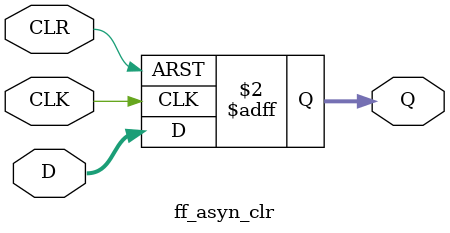
<source format=sv>
/*
	FF ASYN CLR
	
	This module implements a simple D Flip Flop with an asynchronous reset/clear.
	
	Parameters 
	S	-	The number of bits in each word of data 
*/

module ff_asyn_clr
# (parameter S = 12)
(
	input 	logic	 				CLK,						// Input clock 
	input 	logic 				CLR,						// Reset/Clear input 
	input 	logic[(S-1):0] 	D,							// Data in
	output 	logic[(S-1):0] 	Q							// Data out
);
	
		always @(posedge CLK, posedge CLR) begin		// Either on rising clock edge or when CLR is high
			if (CLR) begin
				Q <= 1'b0;
			end
			else if (CLK) begin
				Q <= D;
			end
		end
endmodule
</source>
